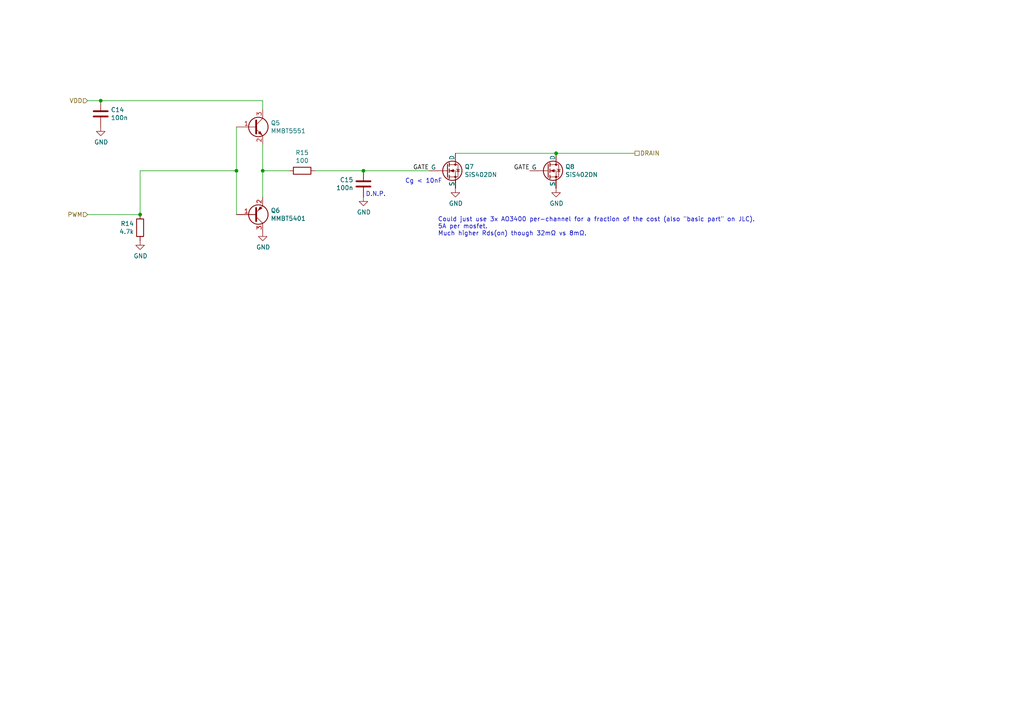
<source format=kicad_sch>
(kicad_sch (version 20211123) (generator eeschema)
  (paper "A4")
  (lib_symbols
    (symbol "Device:C" (pin_numbers hide) (pin_names (offset 0.254))
      (property "Reference" "C" (at 0.635 2.54 0))
      (property "Value" "C" (at 0.635 -2.54 0))
      (symbol "C_0_1"
        (polyline (pts (xy -2.032 -0.762) (xy 2.032 -0.762)) (stroke (width 0.508)))
        (polyline (pts (xy -2.032 0.762) (xy 2.032 0.762)) (stroke (width 0.508)))
      )
      (symbol "C_1_1"
        (pin passive line (at 0 3.81 270) (length 2.794) (name "~") (number "1"))
        (pin passive line (at 0 -3.81 90) (length 2.794) (name "~") (number "2"))
      )
    )
    (symbol "Device:Q_PNP_BEC" (pin_names (offset 0) hide)
      (property "Reference" "Q" (at 5.08 1.27 0))
      (property "Value" "Q_PNP_BEC" (at 5.08 -1.27 0))
      (symbol "Q_PNP_BEC_0_1"
        (polyline (pts (xy 0.635 0.635) (xy 2.54 2.54)))
        (polyline (pts (xy 0.635 -0.635) (xy 2.54 -2.54) (xy 2.54 -2.54)))
        (polyline (pts (xy 0.635 1.905) (xy 0.635 -1.905) (xy 0.635 -1.905)) (stroke (width 0.508)))
        (polyline (pts (xy 2.286 -1.778) (xy 1.778 -2.286) (xy 1.27 -1.27) (xy 2.286 -1.778) (xy 2.286 -1.778)) (fill (type outline)))
        (circle (center 1.27 0) (radius 2.8194) (stroke (width 0.254)))
      )
      (symbol "Q_PNP_BEC_1_1"
        (pin input line (at -5.08 0 0) (length 5.715) (name "B") (number "1"))
        (pin passive line (at 2.54 -5.08 90) (length 2.54) (name "E") (number "2"))
        (pin passive line (at 2.54 5.08 270) (length 2.54) (name "C") (number "3"))
      )
    )
    (symbol "Device:R" (pin_numbers hide) (pin_names (offset 0))
      (property "Reference" "R" (at 2.032 0 90))
      (property "Value" "R" (at 0 0 90))
      (symbol "R_0_1"
        (rectangle (start -1.016 -2.54) (end 1.016 2.54) (stroke (width 0.254)))
      )
      (symbol "R_1_1"
        (pin passive line (at 0 3.81 270) (length 1.27) (name "~") (number "1"))
        (pin passive line (at 0 -3.81 90) (length 1.27) (name "~") (number "2"))
      )
    )
    (symbol "Transistor_BJT:MMBT5551L" (pin_names (offset 0) hide)
      (property "Reference" "Q" (at 5.08 1.905 0))
      (property "Value" "MMBT5551L" (at 5.08 0 0))
      (symbol "MMBT5551L_0_1"
        (polyline (pts (xy 0.635 0.635) (xy 2.54 2.54)))
        (polyline (pts (xy 0.635 -0.635) (xy 2.54 -2.54) (xy 2.54 -2.54)))
        (polyline (pts (xy 0.635 1.905) (xy 0.635 -1.905) (xy 0.635 -1.905)) (stroke (width 0.508)))
        (polyline (pts (xy 1.27 -1.778) (xy 1.778 -1.27) (xy 2.286 -2.286) (xy 1.27 -1.778) (xy 1.27 -1.778)) (fill (type outline)))
        (circle (center 1.27 0) (radius 2.8194) (stroke (width 0.254)))
      )
      (symbol "MMBT5551L_1_1"
        (pin input line (at -5.08 0 0) (length 5.715) (name "B") (number "1"))
        (pin passive line (at 2.54 -5.08 90) (length 2.54) (name "E") (number "2"))
        (pin passive line (at 2.54 5.08 270) (length 2.54) (name "C") (number "3"))
      )
    )
    (symbol "mark:SiS402DN" (pin_numbers hide) (pin_names (offset 0))
      (property "Reference" "Q" (at 5.08 1.27 0))
      (property "Value" "SiS402DN" (at 5.08 -1.27 0))
      (symbol "SiS402DN_0_1"
        (polyline (pts (xy 0.254 0) (xy -2.54 0)))
        (polyline (pts (xy 0.254 1.905) (xy 0.254 -1.905)) (stroke (width 0.254)))
        (polyline (pts (xy 0.762 -1.27) (xy 0.762 -2.286)) (stroke (width 0.254)))
        (polyline (pts (xy 0.762 0.508) (xy 0.762 -0.508)) (stroke (width 0.254)))
        (polyline (pts (xy 0.762 2.286) (xy 0.762 1.27)) (stroke (width 0.254)))
        (polyline (pts (xy 2.54 2.54) (xy 2.54 1.778)))
        (polyline (pts (xy 2.54 -2.54) (xy 2.54 0) (xy 0.762 0)))
        (polyline (pts (xy 0.762 -1.778) (xy 3.302 -1.778) (xy 3.302 1.778) (xy 0.762 1.778)))
        (polyline (pts (xy 1.016 0) (xy 2.032 0.381) (xy 2.032 -0.381) (xy 1.016 0)) (fill (type outline)))
        (polyline (pts (xy 2.794 0.508) (xy 2.921 0.381) (xy 3.683 0.381) (xy 3.81 0.254)))
        (polyline (pts (xy 3.302 0.381) (xy 2.921 -0.254) (xy 3.683 -0.254) (xy 3.302 0.381)))
        (circle (center 1.651 0) (radius 2.794) (stroke (width 0.254)))
        (circle (center 2.54 -1.778) (radius 0.254) (fill (type outline)))
        (circle (center 2.54 1.778) (radius 0.254) (fill (type outline)))
      )
      (symbol "SiS402DN_1_1"
        (pin passive line (at 2.54 -5.08 90) (length 2.54) (name "S") (number "1"))
        (pin passive line (at 2.54 -5.08 90) (length 2.54) (name "S") (number "2"))
        (pin passive line (at 2.54 -5.08 90) (length 2.54) (name "S") (number "3"))
        (pin input line (at -5.08 0 0) (length 2.54) (name "G") (number "4"))
        (pin passive line (at 2.54 5.08 270) (length 2.54) (name "D") (number "5"))
      )
    )
    (symbol "power:GND" (power) (pin_names (offset 0))
      (property "Value" "GND" (at 0 -3.81 0))
      (symbol "GND_0_1"
        (polyline (pts (xy 0 0) (xy 0 -1.27) (xy 1.27 -1.27) (xy 0 -2.54) (xy -1.27 -1.27) (xy 0 -1.27)))
      )
      (symbol "GND_1_1"
        (pin power_in line (at 0 0 270) (length 0) hide (name "GND") (number "1"))
      )
    )
  )
  (junction (at 68.58 49.53))
  (junction (at 29.21 29.21))
  (junction (at 161.29 44.45))
  (junction (at 40.64 62.23))
  (junction (at 105.41 49.53))
  (junction (at 76.2 49.53))
  (wire (pts (xy 25.4 29.21) (xy 29.21 29.21)))
  (wire (pts (xy 68.58 36.83) (xy 68.58 49.53)))
  (wire (pts (xy 25.4 62.23) (xy 40.64 62.23)))
  (wire (pts (xy 76.2 49.53) (xy 76.2 41.91)))
  (wire (pts (xy 76.2 29.21) (xy 76.2 31.75)))
  (wire (pts (xy 29.21 29.21) (xy 76.2 29.21)))
  (wire (pts (xy 40.64 49.53) (xy 68.58 49.53)))
  (wire (pts (xy 68.58 49.53) (xy 68.58 62.23)))
  (wire (pts (xy 91.44 49.53) (xy 105.41 49.53)))
  (wire (pts (xy 76.2 57.15) (xy 76.2 49.53)))
  (wire (pts (xy 83.82 49.53) (xy 76.2 49.53)))
  (wire (pts (xy 105.41 49.53) (xy 124.46 49.53)))
  (wire (pts (xy 132.08 44.45) (xy 161.29 44.45)))
  (wire (pts (xy 40.64 62.23) (xy 40.64 49.53)))
  (wire (pts (xy 161.29 44.45) (xy 184.15 44.45)))
  (text "Cg < 10nF" (at 128.27 53.34 180) (effects (font (size 1.27 1.27)) (justify right bottom)))
  (text "Could just use 3x AO3400 per-channel for a fraction of the cost (also \"basic part\" on JLC).\n5A per mosfet.\nMuch higher Rds(on) though 32mΩ vs 8mΩ." (at 127 68.58 0) (effects (font (size 1.27 1.27)) (justify left bottom)))
  (text "D.N.P." (at 106.045 57.15 0) (effects (font (size 1.27 1.27)) (justify left bottom)))
  (label "GATE" (at 124.46 49.53 180))
  (label "GATE" (at 153.67 49.53 180))
  (hierarchical_label "PWM" (shape input) (at 25.4 62.23 180))
  (hierarchical_label "DRAIN" (shape passive) (at 184.15 44.45 0))
  (hierarchical_label "VDD" (shape input) (at 25.4 29.21 180))
  (symbol (lib_id "Transistor_BJT:MMBT5551L") (at 73.66 36.83 0)
    (property "Reference" "Q5" (at 78.5114 35.6616 0) (effects (justify left)))
    (property "Value" "MMBT5551" (at 78.5114 37.973 0) (effects (justify left)))
    (property "Footprint" "Package_TO_SOT_SMD:SOT-23" (effects hide))
    (property "Datasheet" "www.onsemi.com/pub/Collateral/MMBT5550LT1-D.PDF" (effects hide))
    (property "JLC" "C2145" (effects hide))
  )
  (symbol (lib_id "power:GND") (at 76.2 67.31 0)
    (property "Reference" "#PWR042" (effects hide))
    (property "Value" "GND" (at 76.327 71.7042 0))
  )
  (symbol (lib_id "Device:R") (at 40.64 66.04 0)
    (property "Reference" "R14" (at 38.862 64.8716 0) (effects (justify right)))
    (property "Value" "4.7k" (at 38.862 67.183 0) (effects (justify right)))
    (property "Footprint" "Resistor_SMD:R_0402_1005Metric" (effects hide))
    (property "JLC" "C25900" (effects hide))
  )
  (symbol (lib_id "power:GND") (at 40.64 69.85 0)
    (property "Reference" "#PWR041" (effects hide))
    (property "Value" "GND" (at 40.767 74.2442 0))
  )
  (symbol (lib_id "power:GND") (at 105.41 57.15 0)
    (property "Reference" "#PWR043" (effects hide))
    (property "Value" "GND" (at 105.537 61.5442 0))
  )
  (symbol (lib_id "Device:Q_PNP_BEC") (at 73.66 62.23 0) (mirror x)
    (property "Reference" "Q6" (at 78.5114 61.0616 0) (effects (justify left)))
    (property "Value" "MMBT5401" (at 78.5114 63.373 0) (effects (justify left)))
    (property "Footprint" "Package_TO_SOT_SMD:SOT-23" (effects hide))
    (property "Datasheet" "https://datasheet.lcsc.com/lcsc/1809140241_Changjiang-Electronics-Tech--CJ-MMBT5401_C8326.pdf" (effects hide))
    (property "JLC" "C8326" (effects hide))
  )
  (symbol (lib_id "Device:R") (at 87.63 49.53 90)
    (property "Reference" "R15" (at 87.63 44.2722 90))
    (property "Value" "100" (at 87.63 46.5836 90))
    (property "Footprint" "Resistor_SMD:R_0402_1005Metric_Pad0.72x0.64mm_HandSolder" (effects hide))
    (property "JLC" "C25076" (effects hide))
  )
  (symbol (lib_id "Device:C") (at 105.41 53.34 0)
    (property "Reference" "C15" (at 102.489 52.1716 0) (effects (justify right)))
    (property "Value" "100n" (at 102.489 54.483 0) (effects (justify right)))
    (property "Footprint" "Capacitor_SMD:C_0402_1005Metric_Pad0.74x0.62mm_HandSolder" (effects hide))
    (property "JLC" "C1525" (effects hide))
  )
  (symbol (lib_id "Device:C") (at 29.21 33.02 0)
    (property "Reference" "C14" (at 32.131 31.8516 0) (effects (justify left)))
    (property "Value" "100n" (at 32.131 34.163 0) (effects (justify left)))
    (property "Footprint" "Capacitor_SMD:C_0402_1005Metric" (effects hide))
    (property "JLC" "C1525" (effects hide))
  )
  (symbol (lib_id "power:GND") (at 29.21 36.83 0)
    (property "Reference" "#PWR040" (effects hide))
    (property "Value" "GND" (at 29.337 41.2242 0))
  )
  (symbol (lib_id "power:GND") (at 132.08 54.61 0)
    (property "Reference" "#PWR044" (effects hide))
    (property "Value" "GND" (at 132.207 59.0042 0))
  )
  (symbol (lib_id "mark:SiS402DN") (at 129.54 49.53 0)
    (property "Reference" "Q7" (at 134.7216 48.3616 0) (effects (justify left)))
    (property "Value" "SiS402DN" (at 134.7216 50.673 0) (effects (justify left)))
    (property "Footprint" "Package_SO:Vishay_PowerPAK_1212-8_Single" (effects hide))
    (property "Datasheet" "https://datasheet.lcsc.com/lcsc/1809301517_Vishay-Intertech-SIS402DN-T1-GE3_C15791.pdf" (effects hide))
    (property "JLC" "C15791" (effects hide))
  )
  (symbol (lib_id "mark:SiS402DN") (at 158.75 49.53 0)
    (property "Reference" "Q8" (at 163.9316 48.3616 0) (effects (justify left)))
    (property "Value" "SiS402DN" (at 163.9316 50.673 0) (effects (justify left)))
    (property "Footprint" "Package_SO:Vishay_PowerPAK_1212-8_Single" (effects hide))
    (property "Datasheet" "https://datasheet.lcsc.com/lcsc/1809301517_Vishay-Intertech-SIS402DN-T1-GE3_C15791.pdf" (effects hide))
    (property "JLC" "C15791" (effects hide))
  )
  (symbol (lib_id "power:GND") (at 161.29 54.61 0)
    (property "Reference" "#PWR045" (effects hide))
    (property "Value" "GND" (at 161.417 59.0042 0))
  )
)
</source>
